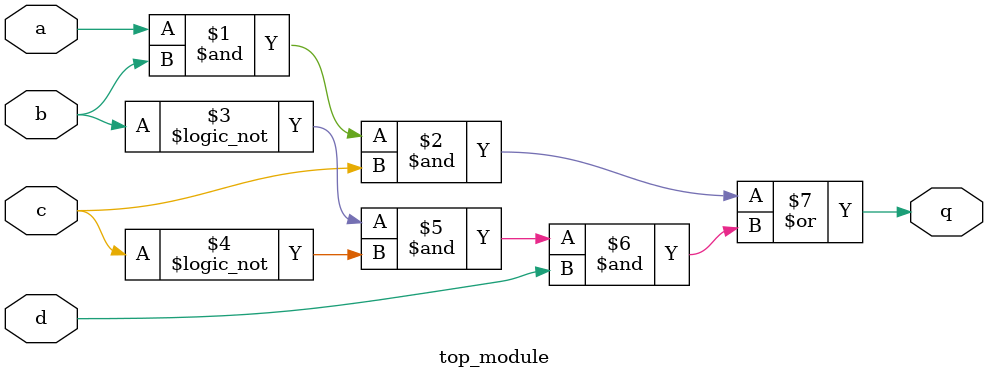
<source format=sv>
module top_module (
    input a, 
    input b, 
    input c, 
    input d,
    output q
);

assign q = (a & b & c) | (!b & !c & d);

endmodule

</source>
